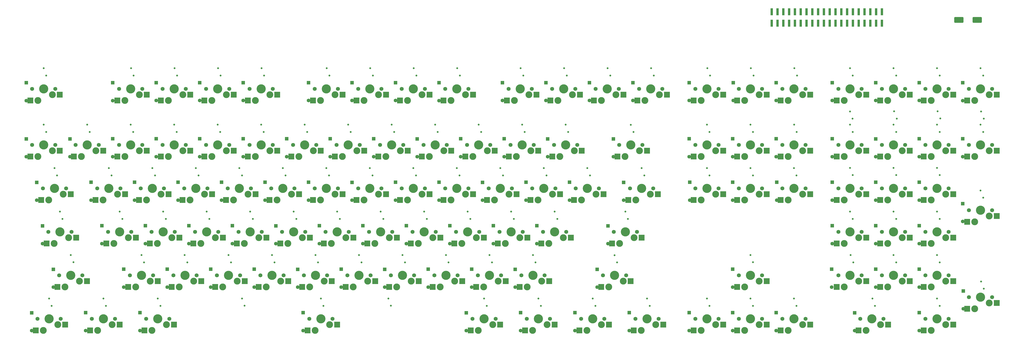
<source format=gbs>
G04 #@! TF.GenerationSoftware,KiCad,Pcbnew,(6.0.1)*
G04 #@! TF.CreationDate,2022-01-19T01:15:35+10:00*
G04 #@! TF.ProjectId,RedPyKeeb_mainboard,52656450-794b-4656-9562-5f6d61696e62,rev?*
G04 #@! TF.SameCoordinates,Original*
G04 #@! TF.FileFunction,Soldermask,Bot*
G04 #@! TF.FilePolarity,Negative*
%FSLAX46Y46*%
G04 Gerber Fmt 4.6, Leading zero omitted, Abs format (unit mm)*
G04 Created by KiCad (PCBNEW (6.0.1)) date 2022-01-19 01:15:35*
%MOMM*%
%LPD*%
G01*
G04 APERTURE LIST*
G04 Aperture macros list*
%AMRoundRect*
0 Rectangle with rounded corners*
0 $1 Rounding radius*
0 $2 $3 $4 $5 $6 $7 $8 $9 X,Y pos of 4 corners*
0 Add a 4 corners polygon primitive as box body*
4,1,4,$2,$3,$4,$5,$6,$7,$8,$9,$2,$3,0*
0 Add four circle primitives for the rounded corners*
1,1,$1+$1,$2,$3*
1,1,$1+$1,$4,$5*
1,1,$1+$1,$6,$7*
1,1,$1+$1,$8,$9*
0 Add four rect primitives between the rounded corners*
20,1,$1+$1,$2,$3,$4,$5,0*
20,1,$1+$1,$4,$5,$6,$7,0*
20,1,$1+$1,$6,$7,$8,$9,0*
20,1,$1+$1,$8,$9,$2,$3,0*%
G04 Aperture macros list end*
%ADD10R,1.000000X3.150000*%
%ADD11C,0.800000*%
%ADD12C,1.600000*%
%ADD13R,1.600000X1.600000*%
%ADD14R,2.550000X2.500000*%
%ADD15C,1.750000*%
%ADD16C,4.000000*%
%ADD17C,3.000000*%
%ADD18RoundRect,0.250000X-1.750000X-1.000000X1.750000X-1.000000X1.750000X1.000000X-1.750000X1.000000X0*%
G04 APERTURE END LIST*
D10*
X387451600Y-21795500D03*
X387451600Y-26845500D03*
X392531600Y-26845260D03*
X389991600Y-26845500D03*
X389991600Y-21795500D03*
X384911600Y-21795500D03*
X379831600Y-21795500D03*
X382371600Y-21795500D03*
X384911600Y-26845500D03*
X392531600Y-21795500D03*
X372211600Y-21795500D03*
X377291600Y-21795500D03*
X377291600Y-26845500D03*
X374751600Y-26845500D03*
X372211600Y-26845500D03*
X351891600Y-26845500D03*
X364591600Y-26845500D03*
X367131600Y-21795500D03*
X356971600Y-21795500D03*
X354431600Y-26845500D03*
X349351600Y-21795500D03*
X367131600Y-26845500D03*
X364591600Y-21795500D03*
X349351600Y-26845500D03*
X362051600Y-26845500D03*
X369671600Y-21795500D03*
X356971600Y-26845500D03*
X369671600Y-26845500D03*
X359511600Y-21795500D03*
X359511600Y-26845500D03*
X346811600Y-21795500D03*
X346811600Y-26845500D03*
X374751600Y-21795500D03*
X354431600Y-21795500D03*
X351891600Y-21795500D03*
X379831600Y-26845500D03*
X344271600Y-21795500D03*
X344271600Y-26845260D03*
X382371600Y-26845500D03*
X362051600Y-21795500D03*
D11*
X63690500Y-46545500D03*
X64833500Y-49720500D03*
D12*
X93789500Y-60681700D03*
D13*
X93789500Y-52881700D03*
D12*
X74739500Y-60681700D03*
D13*
X74739500Y-52881700D03*
X55689500Y-52932500D03*
D12*
X55689500Y-60732500D03*
D14*
X95758000Y-60642500D03*
X108685000Y-58102500D03*
D15*
X96520000Y-55562500D03*
X106680000Y-55562500D03*
D16*
X101600000Y-55562500D03*
D17*
X99060000Y-60642500D03*
X105410000Y-58102500D03*
D11*
X102933500Y-49720500D03*
X101790500Y-46545500D03*
X121983500Y-49720500D03*
X120840500Y-46545500D03*
D14*
X76708000Y-60642500D03*
X89635000Y-58102500D03*
D15*
X77470000Y-55562500D03*
X87630000Y-55562500D03*
D16*
X82550000Y-55562500D03*
D17*
X80010000Y-60642500D03*
X86360000Y-58102500D03*
D11*
X83883500Y-49720500D03*
X82740500Y-46545500D03*
D12*
X112839500Y-60681700D03*
D13*
X112839500Y-52881700D03*
D14*
X114808000Y-60642500D03*
X127735000Y-58102500D03*
D15*
X115570000Y-55562500D03*
X125730000Y-55562500D03*
D16*
X120650000Y-55562500D03*
D17*
X118110000Y-60642500D03*
X124460000Y-58102500D03*
X67310000Y-58102500D03*
X60960000Y-60642500D03*
D16*
X63500000Y-55562500D03*
D15*
X68580000Y-55562500D03*
X58420000Y-55562500D03*
D14*
X70585000Y-58102500D03*
X57658000Y-60642500D03*
D18*
X434288700Y-25361900D03*
X426288700Y-25361900D03*
D14*
X429926750Y-151923750D03*
X442853750Y-149383750D03*
D15*
X430688750Y-146843750D03*
X440848750Y-146843750D03*
D16*
X435768750Y-146843750D03*
D17*
X433228750Y-151923750D03*
X439578750Y-149383750D03*
D11*
X437165750Y-143160750D03*
X436022750Y-139985750D03*
D12*
X428212250Y-151962950D03*
D13*
X428212250Y-144162950D03*
D11*
X417861750Y-150653750D03*
X416718750Y-147478750D03*
D14*
X410876750Y-161448750D03*
X423803750Y-158908750D03*
D15*
X411638750Y-156368750D03*
X421798750Y-156368750D03*
D16*
X416718750Y-156368750D03*
D17*
X414178750Y-161448750D03*
X420528750Y-158908750D03*
D12*
X408908250Y-161487950D03*
D13*
X408908250Y-153687950D03*
D11*
X417861750Y-131603750D03*
X416718750Y-128428750D03*
D14*
X410876750Y-142398750D03*
X423803750Y-139858750D03*
D15*
X411638750Y-137318750D03*
X421798750Y-137318750D03*
D16*
X416718750Y-137318750D03*
D17*
X414178750Y-142398750D03*
X420528750Y-139858750D03*
D12*
X408908250Y-142437950D03*
D13*
X408908250Y-134637950D03*
D14*
X391826750Y-142398750D03*
X404753750Y-139858750D03*
D15*
X392588750Y-137318750D03*
X402748750Y-137318750D03*
D16*
X397668750Y-137318750D03*
D17*
X395128750Y-142398750D03*
X401478750Y-139858750D03*
D12*
X389858250Y-142437950D03*
D13*
X389858250Y-134637950D03*
D11*
X398811750Y-131603750D03*
X397668750Y-128428750D03*
X417861750Y-112553750D03*
X416718750Y-109378750D03*
D14*
X410876750Y-123348750D03*
X423803750Y-120808750D03*
D15*
X411638750Y-118268750D03*
X421798750Y-118268750D03*
D16*
X416718750Y-118268750D03*
D17*
X414178750Y-123348750D03*
X420528750Y-120808750D03*
D12*
X408908250Y-123387950D03*
D13*
X408908250Y-115587950D03*
D11*
X398811750Y-112553750D03*
X397668750Y-109378750D03*
D14*
X391826750Y-123348750D03*
X404753750Y-120808750D03*
D15*
X392588750Y-118268750D03*
X402748750Y-118268750D03*
D16*
X397668750Y-118268750D03*
D17*
X395128750Y-123348750D03*
X401478750Y-120808750D03*
D12*
X389858250Y-123387950D03*
D13*
X389858250Y-115587950D03*
D11*
X389540750Y-150653750D03*
X388397750Y-147478750D03*
D14*
X382301750Y-161448750D03*
X395228750Y-158908750D03*
D15*
X383063750Y-156368750D03*
X393223750Y-156368750D03*
D16*
X388143750Y-156368750D03*
D17*
X385603750Y-161448750D03*
X391953750Y-158908750D03*
D12*
X380587250Y-161538750D03*
D13*
X380587250Y-153738750D03*
D14*
X372776750Y-142398750D03*
X385703750Y-139858750D03*
D15*
X373538750Y-137318750D03*
X383698750Y-137318750D03*
D16*
X378618750Y-137318750D03*
D17*
X376078750Y-142398750D03*
X382428750Y-139858750D03*
D11*
X380015750Y-131603750D03*
X378872750Y-128428750D03*
D12*
X370554250Y-142437950D03*
D13*
X370554250Y-134637950D03*
D14*
X372776750Y-123348750D03*
X385703750Y-120808750D03*
D15*
X373538750Y-118268750D03*
X383698750Y-118268750D03*
D16*
X378618750Y-118268750D03*
D17*
X376078750Y-123348750D03*
X382428750Y-120808750D03*
D11*
X379761750Y-112553750D03*
X378618750Y-109378750D03*
D12*
X370808250Y-123387950D03*
D13*
X370808250Y-115587950D03*
D11*
X436911750Y-103282750D03*
X435768750Y-100107750D03*
D14*
X429926750Y-113823750D03*
X442853750Y-111283750D03*
D15*
X430688750Y-108743750D03*
X440848750Y-108743750D03*
D16*
X435768750Y-108743750D03*
D17*
X433228750Y-113823750D03*
X439578750Y-111283750D03*
D12*
X427958250Y-113659750D03*
D13*
X427958250Y-105859750D03*
D11*
X417861750Y-93402150D03*
X416718750Y-90227150D03*
D14*
X410876750Y-104298750D03*
X423803750Y-101758750D03*
D15*
X411638750Y-99218750D03*
X421798750Y-99218750D03*
D16*
X416718750Y-99218750D03*
D17*
X414178750Y-104298750D03*
X420528750Y-101758750D03*
D12*
X408908250Y-104337950D03*
D13*
X408908250Y-96537950D03*
D14*
X391826750Y-104298750D03*
X404753750Y-101758750D03*
D15*
X392588750Y-99218750D03*
X402748750Y-99218750D03*
D16*
X397668750Y-99218750D03*
D17*
X395128750Y-104298750D03*
X401478750Y-101758750D03*
D11*
X398811750Y-93402150D03*
X397668750Y-90227150D03*
D12*
X389858250Y-104337950D03*
D13*
X389858250Y-96537950D03*
D14*
X372776750Y-104298750D03*
X385703750Y-101758750D03*
D15*
X373538750Y-99218750D03*
X383698750Y-99218750D03*
D16*
X378618750Y-99218750D03*
D17*
X376078750Y-104298750D03*
X382428750Y-101758750D03*
D12*
X370808250Y-104337950D03*
D13*
X370808250Y-96537950D03*
D11*
X379761750Y-93402150D03*
X378618750Y-90227150D03*
X436911750Y-74453750D03*
X435768750Y-71278750D03*
D12*
X427958250Y-85287950D03*
D13*
X427958250Y-77487950D03*
D14*
X429926750Y-85248750D03*
X442853750Y-82708750D03*
D15*
X430688750Y-80168750D03*
X440848750Y-80168750D03*
D16*
X435768750Y-80168750D03*
D17*
X433228750Y-85248750D03*
X439578750Y-82708750D03*
D14*
X410876750Y-85248750D03*
X423803750Y-82708750D03*
D15*
X411638750Y-80168750D03*
X421798750Y-80168750D03*
D16*
X416718750Y-80168750D03*
D17*
X414178750Y-85248750D03*
X420528750Y-82708750D03*
D11*
X417861750Y-74466450D03*
X416718750Y-71291450D03*
D12*
X408908250Y-85287950D03*
D13*
X408908250Y-77487950D03*
D17*
X401478750Y-82708750D03*
X395128750Y-85248750D03*
D16*
X397668750Y-80168750D03*
D15*
X402748750Y-80168750D03*
X392588750Y-80168750D03*
D14*
X404753750Y-82708750D03*
X391826750Y-85248750D03*
D11*
X397668750Y-71278750D03*
X398811750Y-74453750D03*
D13*
X389858250Y-77538750D03*
D12*
X389858250Y-85338750D03*
D14*
X372776750Y-85248750D03*
X385703750Y-82708750D03*
D15*
X373538750Y-80168750D03*
X383698750Y-80168750D03*
D16*
X378618750Y-80168750D03*
D17*
X376078750Y-85248750D03*
X382428750Y-82708750D03*
D12*
X370808250Y-85287950D03*
D13*
X370808250Y-77487950D03*
D11*
X379761750Y-74453750D03*
X378618750Y-71278750D03*
D14*
X429926750Y-60642500D03*
X442853750Y-58102500D03*
D15*
X430688750Y-55562500D03*
X440848750Y-55562500D03*
D16*
X435768750Y-55562500D03*
D17*
X433228750Y-60642500D03*
X439578750Y-58102500D03*
D11*
X436911750Y-49733200D03*
X435768750Y-46558200D03*
X437165750Y-68643500D03*
X436022750Y-65468500D03*
D12*
X427958250Y-60732500D03*
D13*
X427958250Y-52932500D03*
D11*
X418115750Y-68592700D03*
X416972750Y-65417700D03*
X417849050Y-49733200D03*
X416706050Y-46558200D03*
D14*
X410876750Y-60642500D03*
X423803750Y-58102500D03*
D15*
X411638750Y-55562500D03*
X421798750Y-55562500D03*
D16*
X416718750Y-55562500D03*
D17*
X414178750Y-60642500D03*
X420528750Y-58102500D03*
D12*
X408908250Y-60681700D03*
D13*
X408908250Y-52881700D03*
D11*
X399065750Y-68605400D03*
X397922750Y-65430400D03*
X398799050Y-49745900D03*
X397656050Y-46570900D03*
D17*
X401478750Y-58102500D03*
X395128750Y-60642500D03*
D16*
X397668750Y-55562500D03*
D15*
X402748750Y-55562500D03*
X392588750Y-55562500D03*
D14*
X404753750Y-58102500D03*
X391826750Y-60642500D03*
D12*
X389858250Y-60694400D03*
D13*
X389858250Y-52894400D03*
D11*
X378606050Y-46558200D03*
X379749050Y-49733200D03*
D17*
X382428750Y-58102500D03*
X376078750Y-60642500D03*
D16*
X378618750Y-55562500D03*
D15*
X383698750Y-55562500D03*
X373538750Y-55562500D03*
D14*
X385703750Y-58102500D03*
X372776750Y-60642500D03*
D13*
X308102000Y-52881700D03*
D12*
X308102000Y-60681700D03*
D17*
X319722500Y-58102500D03*
X313372500Y-60642500D03*
D16*
X315912500Y-55562500D03*
D15*
X320992500Y-55562500D03*
X310832500Y-55562500D03*
D14*
X322997500Y-58102500D03*
X310070500Y-60642500D03*
D11*
X316103000Y-46545500D03*
X317246000Y-49720500D03*
D14*
X329120500Y-85248750D03*
X342047500Y-82708750D03*
D15*
X329882500Y-80168750D03*
X340042500Y-80168750D03*
D16*
X334962500Y-80168750D03*
D17*
X332422500Y-85248750D03*
X338772500Y-82708750D03*
D11*
X315912500Y-71278750D03*
X317055500Y-74453750D03*
D17*
X319722500Y-82708750D03*
X313372500Y-85248750D03*
D16*
X315912500Y-80168750D03*
D15*
X320992500Y-80168750D03*
X310832500Y-80168750D03*
D14*
X322997500Y-82708750D03*
X310070500Y-85248750D03*
D13*
X308102000Y-77487950D03*
D12*
X308102000Y-85287950D03*
D11*
X336105500Y-74453750D03*
X334962500Y-71278750D03*
X378555250Y-65468500D03*
X379698250Y-68643500D03*
D13*
X370808250Y-52881700D03*
D12*
X370808250Y-60681700D03*
D17*
X357822500Y-58102500D03*
X351472500Y-60642500D03*
D16*
X354012500Y-55562500D03*
D15*
X359092500Y-55562500D03*
X348932500Y-55562500D03*
D14*
X361097500Y-58102500D03*
X348170500Y-60642500D03*
D11*
X354203000Y-46545500D03*
X355346000Y-49720500D03*
D17*
X338772500Y-58102500D03*
X332422500Y-60642500D03*
D16*
X334962500Y-55562500D03*
D15*
X340042500Y-55562500D03*
X329882500Y-55562500D03*
D14*
X342047500Y-58102500D03*
X329120500Y-60642500D03*
D11*
X335153000Y-46545500D03*
X336296000Y-49720500D03*
D13*
X327406000Y-52881700D03*
D12*
X327406000Y-60681700D03*
D17*
X357822500Y-158908750D03*
X351472500Y-161448750D03*
D16*
X354012500Y-156368750D03*
D15*
X359092500Y-156368750D03*
X348932500Y-156368750D03*
D14*
X361097500Y-158908750D03*
X348170500Y-161448750D03*
D11*
X354012500Y-147478750D03*
X355155500Y-150653750D03*
D13*
X346202000Y-153687950D03*
D12*
X346202000Y-161487950D03*
D13*
X327152000Y-134637950D03*
D12*
X327152000Y-142437950D03*
D11*
X334962500Y-128377950D03*
X336105500Y-131552950D03*
D17*
X338772500Y-139858750D03*
X332422500Y-142398750D03*
D16*
X334962500Y-137318750D03*
D15*
X340042500Y-137318750D03*
X329882500Y-137318750D03*
D14*
X342047500Y-139858750D03*
X329120500Y-142398750D03*
X329120500Y-161448750D03*
X342047500Y-158908750D03*
D15*
X329882500Y-156368750D03*
X340042500Y-156368750D03*
D16*
X334962500Y-156368750D03*
D17*
X332422500Y-161448750D03*
X338772500Y-158908750D03*
D12*
X327152000Y-161487950D03*
D13*
X327152000Y-153687950D03*
D14*
X310070500Y-104298750D03*
X322997500Y-101758750D03*
D15*
X310832500Y-99218750D03*
X320992500Y-99218750D03*
D16*
X315912500Y-99218750D03*
D17*
X313372500Y-104298750D03*
X319722500Y-101758750D03*
X319722500Y-158908750D03*
X313372500Y-161448750D03*
D16*
X315912500Y-156368750D03*
D15*
X320992500Y-156368750D03*
X310832500Y-156368750D03*
D14*
X322997500Y-158908750D03*
X310070500Y-161448750D03*
D11*
X334962500Y-90328750D03*
X336105500Y-93503750D03*
X354090700Y-71304150D03*
X355233700Y-74479150D03*
D12*
X308356000Y-104337950D03*
D13*
X308356000Y-96537950D03*
D11*
X317055500Y-93503750D03*
X315912500Y-90328750D03*
D12*
X346456000Y-104337950D03*
D13*
X346456000Y-96537950D03*
X346202000Y-77487950D03*
D12*
X346202000Y-85287950D03*
D13*
X346202000Y-52881700D03*
D12*
X346202000Y-60681700D03*
D13*
X308102000Y-153687950D03*
D12*
X308102000Y-161487950D03*
D17*
X338772500Y-101758750D03*
X332422500Y-104298750D03*
D16*
X334962500Y-99218750D03*
D15*
X340042500Y-99218750D03*
X329882500Y-99218750D03*
D14*
X342047500Y-101758750D03*
X329120500Y-104298750D03*
D17*
X357822500Y-82708750D03*
X351472500Y-85248750D03*
D16*
X354012500Y-80168750D03*
D15*
X359092500Y-80168750D03*
X348932500Y-80168750D03*
D14*
X361097500Y-82708750D03*
X348170500Y-85248750D03*
D11*
X355155500Y-93503750D03*
X354012500Y-90328750D03*
D13*
X327152000Y-96537950D03*
D12*
X327152000Y-104337950D03*
D11*
X315912500Y-147478750D03*
X317055500Y-150653750D03*
D14*
X348170500Y-104298750D03*
X361097500Y-101758750D03*
D15*
X348932500Y-99218750D03*
X359092500Y-99218750D03*
D16*
X354012500Y-99218750D03*
D17*
X351472500Y-104298750D03*
X357822500Y-101758750D03*
D11*
X336105500Y-150653750D03*
X334962500Y-147478750D03*
D12*
X327152000Y-85287950D03*
D13*
X327152000Y-77487950D03*
D14*
X283876750Y-161448750D03*
X296803750Y-158908750D03*
D15*
X284638750Y-156368750D03*
X294798750Y-156368750D03*
D16*
X289718750Y-156368750D03*
D17*
X287178750Y-161448750D03*
X293528750Y-158908750D03*
D12*
X281908250Y-161487950D03*
D13*
X281908250Y-153687950D03*
D11*
X290861750Y-150653750D03*
X289718750Y-147478750D03*
D14*
X260064250Y-161448750D03*
X272991250Y-158908750D03*
D15*
X260826250Y-156368750D03*
X270986250Y-156368750D03*
D16*
X265906250Y-156368750D03*
D17*
X263366250Y-161448750D03*
X269716250Y-158908750D03*
D12*
X258095750Y-161487950D03*
D13*
X258095750Y-153687950D03*
D11*
X267049250Y-150653750D03*
X265906250Y-147478750D03*
D14*
X236251750Y-161448750D03*
X249178750Y-158908750D03*
D15*
X237013750Y-156368750D03*
X247173750Y-156368750D03*
D16*
X242093750Y-156368750D03*
D17*
X239553750Y-161448750D03*
X245903750Y-158908750D03*
D12*
X234283250Y-161487950D03*
D13*
X234283250Y-153687950D03*
D11*
X243236750Y-150653750D03*
X242093750Y-147478750D03*
D12*
X210496150Y-161551450D03*
D13*
X210496150Y-153751450D03*
D14*
X212439250Y-161448750D03*
X225366250Y-158908750D03*
D15*
X213201250Y-156368750D03*
X223361250Y-156368750D03*
D16*
X218281250Y-156368750D03*
D17*
X215741250Y-161448750D03*
X222091250Y-158908750D03*
D11*
X219449650Y-150653750D03*
X218306650Y-147478750D03*
X147986750Y-150653750D03*
X146843750Y-147478750D03*
X113417350Y-150641050D03*
X112274350Y-147466050D03*
D12*
X139033250Y-161487950D03*
D13*
X139033250Y-153687950D03*
D11*
X177514250Y-150628350D03*
X176371250Y-147453350D03*
D14*
X141001750Y-161448750D03*
X153928750Y-158908750D03*
D15*
X141763750Y-156368750D03*
X151923750Y-156368750D03*
D16*
X146843750Y-156368750D03*
D17*
X144303750Y-161448750D03*
X150653750Y-158908750D03*
D11*
X76549250Y-150653750D03*
X75406250Y-147478750D03*
D12*
X67595750Y-161487950D03*
D13*
X67595750Y-153687950D03*
D14*
X69564250Y-161448750D03*
X82491250Y-158908750D03*
D15*
X70326250Y-156368750D03*
X80486250Y-156368750D03*
D16*
X75406250Y-156368750D03*
D17*
X72866250Y-161448750D03*
X79216250Y-158908750D03*
D11*
X52736750Y-150653750D03*
X51593750Y-147478750D03*
D12*
X43783250Y-161487950D03*
D13*
X43783250Y-153687950D03*
D14*
X45751750Y-161448750D03*
X58678750Y-158908750D03*
D15*
X46513750Y-156368750D03*
X56673750Y-156368750D03*
D16*
X51593750Y-156368750D03*
D17*
X49053750Y-161448750D03*
X55403750Y-158908750D03*
D14*
X269589250Y-142398750D03*
X282516250Y-139858750D03*
D15*
X270351250Y-137318750D03*
X280511250Y-137318750D03*
D16*
X275431250Y-137318750D03*
D17*
X272891250Y-142398750D03*
X279241250Y-139858750D03*
D12*
X267811250Y-142488750D03*
D13*
X267811250Y-134688750D03*
D11*
X276574250Y-131654550D03*
X275431250Y-128479550D03*
D14*
X233870500Y-142398750D03*
X246797500Y-139858750D03*
D15*
X234632500Y-137318750D03*
X244792500Y-137318750D03*
D16*
X239712500Y-137318750D03*
D17*
X237172500Y-142398750D03*
X243522500Y-139858750D03*
D12*
X231902000Y-142488750D03*
D13*
X231902000Y-134688750D03*
D11*
X240855500Y-131603750D03*
X239712500Y-128428750D03*
D12*
X212852000Y-142437950D03*
D13*
X212852000Y-134637950D03*
D14*
X214820500Y-142398750D03*
X227747500Y-139858750D03*
D15*
X215582500Y-137318750D03*
X225742500Y-137318750D03*
D16*
X220662500Y-137318750D03*
D17*
X218122500Y-142398750D03*
X224472500Y-139858750D03*
D11*
X221805500Y-131603750D03*
X220662500Y-128428750D03*
D12*
X193802000Y-142437950D03*
D13*
X193802000Y-134637950D03*
D14*
X195770500Y-142398750D03*
X208697500Y-139858750D03*
D15*
X196532500Y-137318750D03*
X206692500Y-137318750D03*
D16*
X201612500Y-137318750D03*
D17*
X199072500Y-142398750D03*
X205422500Y-139858750D03*
D11*
X202755500Y-131603750D03*
X201612500Y-128428750D03*
D12*
X174752000Y-142488750D03*
D13*
X174752000Y-134688750D03*
D14*
X176720500Y-142398750D03*
X189647500Y-139858750D03*
D15*
X177482500Y-137318750D03*
X187642500Y-137318750D03*
D16*
X182562500Y-137318750D03*
D17*
X180022500Y-142398750D03*
X186372500Y-139858750D03*
D11*
X183705500Y-131603750D03*
X182562500Y-128428750D03*
D12*
X155702000Y-142437950D03*
D13*
X155702000Y-134637950D03*
D14*
X157670500Y-142398750D03*
X170597500Y-139858750D03*
D15*
X158432500Y-137318750D03*
X168592500Y-137318750D03*
D16*
X163512500Y-137318750D03*
D17*
X160972500Y-142398750D03*
X167322500Y-139858750D03*
D11*
X164655500Y-131603750D03*
X163512500Y-128428750D03*
D12*
X136652000Y-142488750D03*
D13*
X136652000Y-134688750D03*
D14*
X138620500Y-142398750D03*
X151547500Y-139858750D03*
D15*
X139382500Y-137318750D03*
X149542500Y-137318750D03*
D16*
X144462500Y-137318750D03*
D17*
X141922500Y-142398750D03*
X148272500Y-139858750D03*
D11*
X145605500Y-131603750D03*
X144462500Y-128428750D03*
D12*
X117602000Y-142437950D03*
D13*
X117602000Y-134637950D03*
D14*
X119570500Y-142398750D03*
X132497500Y-139858750D03*
D15*
X120332500Y-137318750D03*
X130492500Y-137318750D03*
D16*
X125412500Y-137318750D03*
D17*
X122872500Y-142398750D03*
X129222500Y-139858750D03*
D11*
X126555500Y-131603750D03*
X125412500Y-128428750D03*
X107505500Y-131603750D03*
X106362500Y-128428750D03*
D12*
X98552000Y-142437950D03*
D13*
X98552000Y-134637950D03*
D14*
X100520500Y-142398750D03*
X113447500Y-139858750D03*
D15*
X101282500Y-137318750D03*
X111442500Y-137318750D03*
D16*
X106362500Y-137318750D03*
D17*
X103822500Y-142398750D03*
X110172500Y-139858750D03*
D11*
X88315500Y-131603750D03*
X87172500Y-128428750D03*
D12*
X79502000Y-142437950D03*
D13*
X79502000Y-134637950D03*
D14*
X81470500Y-142398750D03*
X94397500Y-139858750D03*
D15*
X82232500Y-137318750D03*
X92392500Y-137318750D03*
D16*
X87312500Y-137318750D03*
D17*
X84772500Y-142398750D03*
X91122500Y-139858750D03*
D11*
X69405500Y-131603750D03*
X68262500Y-128428750D03*
D12*
X60452000Y-142437950D03*
D13*
X60452000Y-134637950D03*
D14*
X62420500Y-142398750D03*
X75347500Y-139858750D03*
D15*
X63182500Y-137318750D03*
X73342500Y-137318750D03*
D16*
X68262500Y-137318750D03*
D17*
X65722500Y-142398750D03*
X72072500Y-139858750D03*
D14*
X274351750Y-123348750D03*
X287278750Y-120808750D03*
D15*
X275113750Y-118268750D03*
X285273750Y-118268750D03*
D16*
X280193750Y-118268750D03*
D17*
X277653750Y-123348750D03*
X284003750Y-120808750D03*
D12*
X272573750Y-123438750D03*
D13*
X272573750Y-115638750D03*
D11*
X281311350Y-112566450D03*
X280168350Y-109391450D03*
D14*
X243395500Y-123348750D03*
X256322500Y-120808750D03*
D15*
X244157500Y-118268750D03*
X254317500Y-118268750D03*
D16*
X249237500Y-118268750D03*
D17*
X246697500Y-123348750D03*
X253047500Y-120808750D03*
D12*
X241427000Y-123387950D03*
D13*
X241427000Y-115587950D03*
D11*
X250380500Y-112553750D03*
X249237500Y-109378750D03*
D14*
X224345500Y-123348750D03*
X237272500Y-120808750D03*
D15*
X225107500Y-118268750D03*
X235267500Y-118268750D03*
D16*
X230187500Y-118268750D03*
D17*
X227647500Y-123348750D03*
X233997500Y-120808750D03*
D12*
X222377000Y-123387950D03*
D13*
X222377000Y-115587950D03*
D11*
X231330500Y-112553750D03*
X230187500Y-109378750D03*
D12*
X203327000Y-123387950D03*
D13*
X203327000Y-115587950D03*
D14*
X205295500Y-123348750D03*
X218222500Y-120808750D03*
D15*
X206057500Y-118268750D03*
X216217500Y-118268750D03*
D16*
X211137500Y-118268750D03*
D17*
X208597500Y-123348750D03*
X214947500Y-120808750D03*
D11*
X212280500Y-112553750D03*
X211137500Y-109378750D03*
D12*
X184277000Y-123387950D03*
D13*
X184277000Y-115587950D03*
D14*
X186245500Y-123348750D03*
X199172500Y-120808750D03*
D15*
X187007500Y-118268750D03*
X197167500Y-118268750D03*
D16*
X192087500Y-118268750D03*
D17*
X189547500Y-123348750D03*
X195897500Y-120808750D03*
D11*
X193230500Y-112553750D03*
X192087500Y-109378750D03*
D12*
X165227000Y-123387950D03*
D13*
X165227000Y-115587950D03*
D14*
X167195500Y-123348750D03*
X180122500Y-120808750D03*
D15*
X167957500Y-118268750D03*
X178117500Y-118268750D03*
D16*
X173037500Y-118268750D03*
D17*
X170497500Y-123348750D03*
X176847500Y-120808750D03*
D11*
X174180500Y-112553750D03*
X173037500Y-109378750D03*
D12*
X146177000Y-123387950D03*
D13*
X146177000Y-115587950D03*
D14*
X148145500Y-123348750D03*
X161072500Y-120808750D03*
D15*
X148907500Y-118268750D03*
X159067500Y-118268750D03*
D16*
X153987500Y-118268750D03*
D17*
X151447500Y-123348750D03*
X157797500Y-120808750D03*
D11*
X155130500Y-112553750D03*
X153987500Y-109378750D03*
D12*
X127127000Y-123438750D03*
D13*
X127127000Y-115638750D03*
D14*
X129095500Y-123348750D03*
X142022500Y-120808750D03*
D15*
X129857500Y-118268750D03*
X140017500Y-118268750D03*
D16*
X134937500Y-118268750D03*
D17*
X132397500Y-123348750D03*
X138747500Y-120808750D03*
D11*
X136080500Y-112553750D03*
X134937500Y-109378750D03*
D12*
X108077000Y-123387950D03*
D13*
X108077000Y-115587950D03*
D14*
X110045500Y-123348750D03*
X122972500Y-120808750D03*
D15*
X110807500Y-118268750D03*
X120967500Y-118268750D03*
D16*
X115887500Y-118268750D03*
D17*
X113347500Y-123348750D03*
X119697500Y-120808750D03*
D11*
X117030500Y-112553750D03*
X115887500Y-109378750D03*
X97980500Y-112553750D03*
X96837500Y-109378750D03*
D12*
X89027000Y-123387950D03*
D13*
X89027000Y-115587950D03*
D14*
X90995500Y-123348750D03*
X103922500Y-120808750D03*
D15*
X91757500Y-118268750D03*
X101917500Y-118268750D03*
D16*
X96837500Y-118268750D03*
D17*
X94297500Y-123348750D03*
X100647500Y-120808750D03*
D11*
X78930500Y-112553750D03*
X77787500Y-109378750D03*
D12*
X69977000Y-123387950D03*
D13*
X69977000Y-115587950D03*
D14*
X71945500Y-123348750D03*
X84872500Y-120808750D03*
D15*
X72707500Y-118268750D03*
X82867500Y-118268750D03*
D16*
X77787500Y-118268750D03*
D17*
X75247500Y-123348750D03*
X81597500Y-120808750D03*
D11*
X59880500Y-112553750D03*
X58737500Y-109378750D03*
D12*
X50927000Y-123387950D03*
D13*
X50927000Y-115587950D03*
D14*
X52895500Y-123348750D03*
X65822500Y-120808750D03*
D15*
X53657500Y-118268750D03*
X63817500Y-118268750D03*
D16*
X58737500Y-118268750D03*
D17*
X56197500Y-123348750D03*
X62547500Y-120808750D03*
D14*
X281495500Y-104298750D03*
X294422500Y-101758750D03*
D15*
X282257500Y-99218750D03*
X292417500Y-99218750D03*
D16*
X287337500Y-99218750D03*
D17*
X284797500Y-104298750D03*
X291147500Y-101758750D03*
D12*
X279400000Y-104388750D03*
D13*
X279400000Y-96588750D03*
D11*
X288467800Y-93516450D03*
X287324800Y-90341450D03*
D14*
X257683000Y-104298750D03*
X270610000Y-101758750D03*
D15*
X258445000Y-99218750D03*
X268605000Y-99218750D03*
D16*
X263525000Y-99218750D03*
D17*
X260985000Y-104298750D03*
X267335000Y-101758750D03*
D12*
X255714500Y-104337950D03*
D13*
X255714500Y-96537950D03*
D11*
X264668000Y-93503750D03*
X263525000Y-90328750D03*
D14*
X238633000Y-104298750D03*
X251560000Y-101758750D03*
D15*
X239395000Y-99218750D03*
X249555000Y-99218750D03*
D16*
X244475000Y-99218750D03*
D17*
X241935000Y-104298750D03*
X248285000Y-101758750D03*
D12*
X236664500Y-104337950D03*
D13*
X236664500Y-96537950D03*
D11*
X245618000Y-93503750D03*
X244475000Y-90328750D03*
D14*
X219583000Y-104298750D03*
X232510000Y-101758750D03*
D15*
X220345000Y-99218750D03*
X230505000Y-99218750D03*
D16*
X225425000Y-99218750D03*
D17*
X222885000Y-104298750D03*
X229235000Y-101758750D03*
D12*
X217614500Y-104388750D03*
D13*
X217614500Y-96588750D03*
D11*
X226568000Y-93503750D03*
X225425000Y-90328750D03*
D12*
X198564500Y-104337950D03*
D13*
X198564500Y-96537950D03*
D14*
X200533000Y-104298750D03*
X213460000Y-101758750D03*
D15*
X201295000Y-99218750D03*
X211455000Y-99218750D03*
D16*
X206375000Y-99218750D03*
D17*
X203835000Y-104298750D03*
X210185000Y-101758750D03*
D11*
X207518000Y-93503750D03*
X206375000Y-90328750D03*
D12*
X179514500Y-104337950D03*
D13*
X179514500Y-96537950D03*
D14*
X181483000Y-104298750D03*
X194410000Y-101758750D03*
D15*
X182245000Y-99218750D03*
X192405000Y-99218750D03*
D16*
X187325000Y-99218750D03*
D17*
X184785000Y-104298750D03*
X191135000Y-101758750D03*
D11*
X188468000Y-93503750D03*
X187325000Y-90328750D03*
D12*
X160464500Y-104388750D03*
D13*
X160464500Y-96588750D03*
D14*
X162433000Y-104298750D03*
X175360000Y-101758750D03*
D15*
X163195000Y-99218750D03*
X173355000Y-99218750D03*
D16*
X168275000Y-99218750D03*
D17*
X165735000Y-104298750D03*
X172085000Y-101758750D03*
D11*
X169418000Y-93503750D03*
X168275000Y-90328750D03*
D12*
X141414500Y-104337950D03*
D13*
X141414500Y-96537950D03*
D14*
X143383000Y-104298750D03*
X156310000Y-101758750D03*
D15*
X144145000Y-99218750D03*
X154305000Y-99218750D03*
D16*
X149225000Y-99218750D03*
D17*
X146685000Y-104298750D03*
X153035000Y-101758750D03*
D11*
X150368000Y-93503750D03*
X149225000Y-90328750D03*
D12*
X122364500Y-104337950D03*
D13*
X122364500Y-96537950D03*
D14*
X124333000Y-104298750D03*
X137260000Y-101758750D03*
D15*
X125095000Y-99218750D03*
X135255000Y-99218750D03*
D16*
X130175000Y-99218750D03*
D17*
X127635000Y-104298750D03*
X133985000Y-101758750D03*
D11*
X131318000Y-93503750D03*
X130175000Y-90328750D03*
D12*
X103314500Y-104337950D03*
D13*
X103314500Y-96537950D03*
D14*
X105283000Y-104298750D03*
X118210000Y-101758750D03*
D15*
X106045000Y-99218750D03*
X116205000Y-99218750D03*
D16*
X111125000Y-99218750D03*
D17*
X108585000Y-104298750D03*
X114935000Y-101758750D03*
D11*
X112268000Y-93503750D03*
X111125000Y-90328750D03*
X93218000Y-93503750D03*
X92075000Y-90328750D03*
D12*
X84264500Y-104337950D03*
D13*
X84264500Y-96537950D03*
D14*
X86233000Y-104298750D03*
X99160000Y-101758750D03*
D15*
X86995000Y-99218750D03*
X97155000Y-99218750D03*
D16*
X92075000Y-99218750D03*
D17*
X89535000Y-104298750D03*
X95885000Y-101758750D03*
D11*
X74168000Y-93503750D03*
X73025000Y-90328750D03*
D12*
X65214500Y-104337950D03*
D13*
X65214500Y-96537950D03*
D14*
X67183000Y-104298750D03*
X80110000Y-101758750D03*
D15*
X67945000Y-99218750D03*
X78105000Y-99218750D03*
D16*
X73025000Y-99218750D03*
D17*
X70485000Y-104298750D03*
X76835000Y-101758750D03*
D11*
X55118000Y-93503750D03*
X53975000Y-90328750D03*
D12*
X46164500Y-104337950D03*
D13*
X46164500Y-96537950D03*
D14*
X48133000Y-104298750D03*
X61060000Y-101758750D03*
D15*
X48895000Y-99218750D03*
X59055000Y-99218750D03*
D16*
X53975000Y-99218750D03*
D17*
X51435000Y-104298750D03*
X57785000Y-101758750D03*
D12*
X20161250Y-161538750D03*
D13*
X20161250Y-153738750D03*
D11*
X28924250Y-150653750D03*
X27781250Y-147478750D03*
D14*
X21939250Y-161448750D03*
X34866250Y-158908750D03*
D15*
X22701250Y-156368750D03*
X32861250Y-156368750D03*
D16*
X27781250Y-156368750D03*
D17*
X25241250Y-161448750D03*
X31591250Y-158908750D03*
D12*
X29686250Y-142488750D03*
D13*
X29686250Y-134688750D03*
D11*
X38449250Y-131591050D03*
X37306250Y-128416050D03*
D14*
X31464250Y-142398750D03*
X44391250Y-139858750D03*
D15*
X32226250Y-137318750D03*
X42386250Y-137318750D03*
D16*
X37306250Y-137318750D03*
D17*
X34766250Y-142398750D03*
X41116250Y-139858750D03*
D12*
X24885650Y-123464150D03*
D13*
X24885650Y-115664150D03*
D11*
X33648650Y-112579150D03*
X32505650Y-109404150D03*
D14*
X26701750Y-123348750D03*
X39628750Y-120808750D03*
D15*
X27463750Y-118268750D03*
X37623750Y-118268750D03*
D16*
X32543750Y-118268750D03*
D17*
X30003750Y-123348750D03*
X36353750Y-120808750D03*
D11*
X292639750Y-49720500D03*
X291496750Y-46545500D03*
D12*
X245395750Y-60681700D03*
D13*
X245395750Y-52881700D03*
D14*
X285464250Y-60642500D03*
X298391250Y-58102500D03*
D15*
X286226250Y-55562500D03*
X296386250Y-55562500D03*
D16*
X291306250Y-55562500D03*
D17*
X288766250Y-60642500D03*
X295116250Y-58102500D03*
D14*
X266414250Y-60642500D03*
X279341250Y-58102500D03*
D15*
X267176250Y-55562500D03*
X277336250Y-55562500D03*
D16*
X272256250Y-55562500D03*
D17*
X269716250Y-60642500D03*
X276066250Y-58102500D03*
D12*
X226345750Y-60681700D03*
D13*
X226345750Y-52881700D03*
D11*
X235489750Y-49720500D03*
X234346750Y-46545500D03*
D14*
X228314250Y-60642500D03*
X241241250Y-58102500D03*
D15*
X229076250Y-55562500D03*
X239236250Y-55562500D03*
D16*
X234156250Y-55562500D03*
D17*
X231616250Y-60642500D03*
X237966250Y-58102500D03*
D12*
X264445750Y-60681700D03*
D13*
X264445750Y-52881700D03*
D11*
X273589750Y-49720500D03*
X272446750Y-46545500D03*
D14*
X247364250Y-60642500D03*
X260291250Y-58102500D03*
D15*
X248126250Y-55562500D03*
X258286250Y-55562500D03*
D16*
X253206250Y-55562500D03*
D17*
X250666250Y-60642500D03*
X257016250Y-58102500D03*
D12*
X283495750Y-60681700D03*
D13*
X283495750Y-52881700D03*
D11*
X254539750Y-49720500D03*
X253396750Y-46545500D03*
D13*
X198564500Y-52932500D03*
D12*
X198564500Y-60732500D03*
D13*
X141414500Y-52881700D03*
D12*
X141414500Y-60681700D03*
X160464500Y-60681700D03*
D13*
X160464500Y-52881700D03*
D12*
X179514500Y-60681700D03*
D13*
X179514500Y-52881700D03*
D17*
X210185000Y-58102500D03*
X203835000Y-60642500D03*
D16*
X206375000Y-55562500D03*
D15*
X211455000Y-55562500D03*
X201295000Y-55562500D03*
D14*
X213460000Y-58102500D03*
X200533000Y-60642500D03*
X181483000Y-60642500D03*
X194410000Y-58102500D03*
D15*
X182245000Y-55562500D03*
X192405000Y-55562500D03*
D16*
X187325000Y-55562500D03*
D17*
X184785000Y-60642500D03*
X191135000Y-58102500D03*
D14*
X162433000Y-60642500D03*
X175360000Y-58102500D03*
D15*
X163195000Y-55562500D03*
X173355000Y-55562500D03*
D16*
X168275000Y-55562500D03*
D17*
X165735000Y-60642500D03*
X172085000Y-58102500D03*
X153035000Y-58102500D03*
X146685000Y-60642500D03*
D16*
X149225000Y-55562500D03*
D15*
X154305000Y-55562500D03*
X144145000Y-55562500D03*
D14*
X156310000Y-58102500D03*
X143383000Y-60642500D03*
D11*
X169608500Y-49720500D03*
X168465500Y-46545500D03*
X188658500Y-49720500D03*
X187515500Y-46545500D03*
X149415500Y-46545500D03*
X150558500Y-49720500D03*
X206565500Y-46545500D03*
X207708500Y-49720500D03*
X64643000Y-74453750D03*
X63500000Y-71278750D03*
X45593000Y-74453750D03*
X44450000Y-71278750D03*
X82550000Y-71278750D03*
X83693000Y-74453750D03*
D14*
X248158000Y-85248750D03*
X261085000Y-82708750D03*
D15*
X248920000Y-80168750D03*
X259080000Y-80168750D03*
D16*
X254000000Y-80168750D03*
D17*
X251460000Y-85248750D03*
X257810000Y-82708750D03*
D14*
X229108000Y-85248750D03*
X242035000Y-82708750D03*
D15*
X229870000Y-80168750D03*
X240030000Y-80168750D03*
D16*
X234950000Y-80168750D03*
D17*
X232410000Y-85248750D03*
X238760000Y-82708750D03*
D14*
X210058000Y-85248750D03*
X222985000Y-82708750D03*
D15*
X210820000Y-80168750D03*
X220980000Y-80168750D03*
D16*
X215900000Y-80168750D03*
D17*
X213360000Y-85248750D03*
X219710000Y-82708750D03*
D12*
X93789500Y-85287950D03*
D13*
X93789500Y-77487950D03*
D12*
X112839500Y-85287950D03*
D13*
X112839500Y-77487950D03*
D12*
X150939500Y-85287950D03*
D13*
X150939500Y-77487950D03*
D12*
X169989500Y-85287950D03*
D13*
X169989500Y-77487950D03*
D12*
X189039500Y-85338750D03*
D13*
X189039500Y-77538750D03*
D12*
X131889500Y-85287950D03*
D13*
X131889500Y-77487950D03*
X74739500Y-77487950D03*
D12*
X74739500Y-85287950D03*
X36918900Y-85338750D03*
D13*
X36918900Y-77538750D03*
D12*
X17780000Y-85338750D03*
D13*
X17780000Y-77538750D03*
D12*
X55689500Y-85287950D03*
D13*
X55689500Y-77487950D03*
D14*
X24320500Y-104298750D03*
X37247500Y-101758750D03*
D15*
X25082500Y-99218750D03*
X35242500Y-99218750D03*
D16*
X30162500Y-99218750D03*
D17*
X27622500Y-104298750D03*
X33972500Y-101758750D03*
D14*
X276733000Y-85248750D03*
X289660000Y-82708750D03*
D15*
X277495000Y-80168750D03*
X287655000Y-80168750D03*
D16*
X282575000Y-80168750D03*
D17*
X280035000Y-85248750D03*
X286385000Y-82708750D03*
D11*
X26543000Y-74453750D03*
X25400000Y-71278750D03*
D14*
X114808000Y-85248750D03*
X127735000Y-82708750D03*
D15*
X115570000Y-80168750D03*
X125730000Y-80168750D03*
D16*
X120650000Y-80168750D03*
D17*
X118110000Y-85248750D03*
X124460000Y-82708750D03*
D14*
X95758000Y-85248750D03*
X108685000Y-82708750D03*
D15*
X96520000Y-80168750D03*
X106680000Y-80168750D03*
D16*
X101600000Y-80168750D03*
D17*
X99060000Y-85248750D03*
X105410000Y-82708750D03*
D14*
X171958000Y-85248750D03*
X184885000Y-82708750D03*
D15*
X172720000Y-80168750D03*
X182880000Y-80168750D03*
D16*
X177800000Y-80168750D03*
D17*
X175260000Y-85248750D03*
X181610000Y-82708750D03*
D14*
X152908000Y-85248750D03*
X165835000Y-82708750D03*
D15*
X153670000Y-80168750D03*
X163830000Y-80168750D03*
D16*
X158750000Y-80168750D03*
D17*
X156210000Y-85248750D03*
X162560000Y-82708750D03*
X86360000Y-82708750D03*
X80010000Y-85248750D03*
D16*
X82550000Y-80168750D03*
D15*
X87630000Y-80168750D03*
X77470000Y-80168750D03*
D14*
X89635000Y-82708750D03*
X76708000Y-85248750D03*
X191008000Y-85248750D03*
X203935000Y-82708750D03*
D15*
X191770000Y-80168750D03*
X201930000Y-80168750D03*
D16*
X196850000Y-80168750D03*
D17*
X194310000Y-85248750D03*
X200660000Y-82708750D03*
D14*
X133858000Y-85248750D03*
X146785000Y-82708750D03*
D15*
X134620000Y-80168750D03*
X144780000Y-80168750D03*
D16*
X139700000Y-80168750D03*
D17*
X137160000Y-85248750D03*
X143510000Y-82708750D03*
D12*
X208089500Y-85287950D03*
D13*
X208089500Y-77487950D03*
D12*
X227139500Y-85287950D03*
D13*
X227139500Y-77487950D03*
D12*
X274955000Y-85338750D03*
D13*
X274955000Y-77538750D03*
D12*
X246189500Y-85338750D03*
D13*
X246189500Y-77538750D03*
D11*
X236093000Y-74453750D03*
X234950000Y-71278750D03*
X283718000Y-74504550D03*
X282575000Y-71329550D03*
X255143000Y-74453750D03*
X254000000Y-71278750D03*
D14*
X38608000Y-85248750D03*
X51535000Y-82708750D03*
D15*
X39370000Y-80168750D03*
X49530000Y-80168750D03*
D16*
X44450000Y-80168750D03*
D17*
X41910000Y-85248750D03*
X48260000Y-82708750D03*
D14*
X57658000Y-85248750D03*
X70585000Y-82708750D03*
D15*
X58420000Y-80168750D03*
X68580000Y-80168750D03*
D16*
X63500000Y-80168750D03*
D17*
X60960000Y-85248750D03*
X67310000Y-82708750D03*
D14*
X19558000Y-85248750D03*
X32485000Y-82708750D03*
D15*
X20320000Y-80168750D03*
X30480000Y-80168750D03*
D16*
X25400000Y-80168750D03*
D17*
X22860000Y-85248750D03*
X29210000Y-82708750D03*
D11*
X140843000Y-74453750D03*
X139700000Y-71278750D03*
X102743000Y-74453750D03*
X101600000Y-71278750D03*
X121793000Y-74453750D03*
X120650000Y-71278750D03*
X217043000Y-74453750D03*
X215900000Y-71278750D03*
X197993000Y-74453750D03*
X196850000Y-71278750D03*
X159893000Y-74453750D03*
X158750000Y-71278750D03*
X178943000Y-74453750D03*
X177800000Y-71278750D03*
D13*
X17780000Y-52932500D03*
D12*
X17780000Y-60732500D03*
D11*
X25400000Y-46558200D03*
X26543000Y-49733200D03*
D17*
X29210000Y-58102500D03*
X22860000Y-60642500D03*
D16*
X25400000Y-55562500D03*
D15*
X30480000Y-55562500D03*
X20320000Y-55562500D03*
D14*
X32485000Y-58102500D03*
X19558000Y-60642500D03*
D11*
X30175200Y-90335100D03*
X31318200Y-93510100D03*
D13*
X22352000Y-96545400D03*
D12*
X22352000Y-104345400D03*
M02*

</source>
